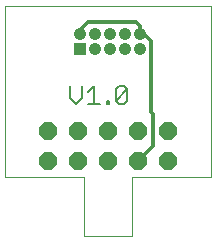
<source format=gtl>
G75*
%MOIN*%
%OFA0B0*%
%FSLAX24Y24*%
%IPPOS*%
%LPD*%
%AMOC8*
5,1,8,0,0,1.08239X$1,22.5*
%
%ADD10C,0.0000*%
%ADD11C,0.0080*%
%ADD12OC8,0.0600*%
%ADD13C,0.0413*%
%ADD14R,0.0413X0.0413*%
%ADD15C,0.0120*%
D10*
X000100Y002069D02*
X000100Y007777D01*
X006950Y007777D01*
X006950Y002069D01*
X004313Y002069D01*
X004313Y000100D01*
X002738Y000100D01*
X002738Y002069D01*
X000100Y002069D01*
D11*
X002458Y004515D02*
X002652Y004708D01*
X002652Y005095D01*
X002873Y004902D02*
X003066Y005095D01*
X003066Y004515D01*
X002873Y004515D02*
X003260Y004515D01*
X003480Y004515D02*
X003577Y004515D01*
X003577Y004612D01*
X003480Y004612D01*
X003480Y004515D01*
X003784Y004612D02*
X004171Y004999D01*
X004171Y004612D01*
X004075Y004515D01*
X003881Y004515D01*
X003784Y004612D01*
X003784Y004999D01*
X003881Y005095D01*
X004075Y005095D01*
X004171Y004999D01*
X002458Y004515D02*
X002265Y004708D01*
X002265Y005095D01*
D12*
X002525Y003600D03*
X003525Y003600D03*
X003525Y002600D03*
X002525Y002600D03*
X001525Y002600D03*
X001525Y003600D03*
X004525Y003600D03*
X004525Y002600D03*
X005525Y002600D03*
X005525Y003600D03*
D13*
X004600Y006350D03*
X004100Y006350D03*
X004100Y006850D03*
X004600Y006850D03*
X003600Y006850D03*
X003600Y006350D03*
X003100Y006350D03*
X003100Y006850D03*
X002600Y006850D03*
D14*
X002600Y006350D03*
D15*
X002600Y006850D02*
X002600Y006975D01*
X002850Y007225D01*
X004475Y007225D01*
X004600Y007100D01*
X004600Y006850D01*
X004725Y006850D01*
X004975Y006600D01*
X004975Y004225D01*
X005025Y004175D01*
X005025Y003100D01*
X004525Y002600D01*
M02*

</source>
